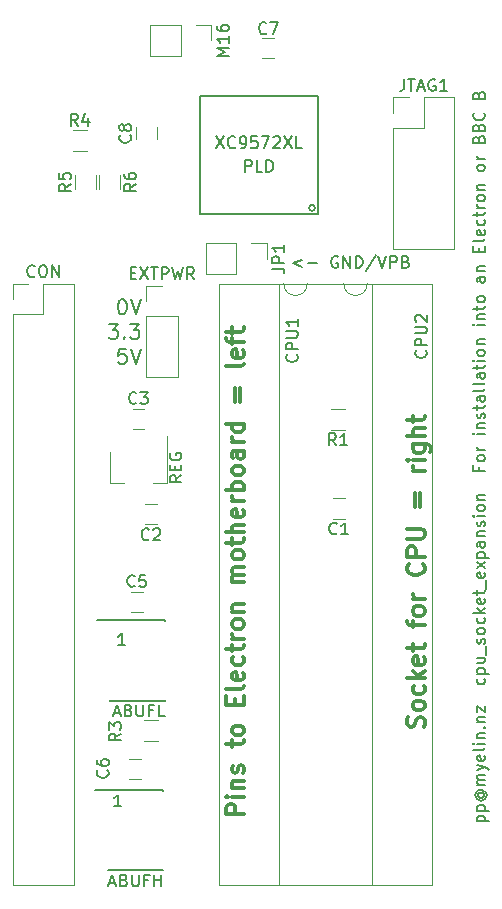
<source format=gto>
G04 #@! TF.FileFunction,Legend,Top*
%FSLAX46Y46*%
G04 Gerber Fmt 4.6, Leading zero omitted, Abs format (unit mm)*
G04 Created by KiCad (PCBNEW 4.0.6) date Saturday, October 28, 2017 'PMt' 04:50:48 PM*
%MOMM*%
%LPD*%
G01*
G04 APERTURE LIST*
%ADD10C,0.100000*%
%ADD11C,0.200000*%
%ADD12C,0.177800*%
%ADD13C,0.300000*%
%ADD14C,0.120000*%
%ADD15C,0.150000*%
G04 APERTURE END LIST*
D10*
D11*
X184215714Y-122687148D02*
X185215714Y-122687148D01*
X184263333Y-122687148D02*
X184215714Y-122591910D01*
X184215714Y-122401433D01*
X184263333Y-122306195D01*
X184310952Y-122258576D01*
X184406190Y-122210957D01*
X184691905Y-122210957D01*
X184787143Y-122258576D01*
X184834762Y-122306195D01*
X184882381Y-122401433D01*
X184882381Y-122591910D01*
X184834762Y-122687148D01*
X184215714Y-121782386D02*
X185215714Y-121782386D01*
X184263333Y-121782386D02*
X184215714Y-121687148D01*
X184215714Y-121496671D01*
X184263333Y-121401433D01*
X184310952Y-121353814D01*
X184406190Y-121306195D01*
X184691905Y-121306195D01*
X184787143Y-121353814D01*
X184834762Y-121401433D01*
X184882381Y-121496671D01*
X184882381Y-121687148D01*
X184834762Y-121782386D01*
X184406190Y-120258576D02*
X184358571Y-120306195D01*
X184310952Y-120401433D01*
X184310952Y-120496671D01*
X184358571Y-120591909D01*
X184406190Y-120639529D01*
X184501429Y-120687148D01*
X184596667Y-120687148D01*
X184691905Y-120639529D01*
X184739524Y-120591909D01*
X184787143Y-120496671D01*
X184787143Y-120401433D01*
X184739524Y-120306195D01*
X184691905Y-120258576D01*
X184310952Y-120258576D02*
X184691905Y-120258576D01*
X184739524Y-120210957D01*
X184739524Y-120163338D01*
X184691905Y-120068100D01*
X184596667Y-120020481D01*
X184358571Y-120020481D01*
X184215714Y-120115719D01*
X184120476Y-120258576D01*
X184072857Y-120449052D01*
X184120476Y-120639529D01*
X184215714Y-120782386D01*
X184358571Y-120877624D01*
X184549048Y-120925243D01*
X184739524Y-120877624D01*
X184882381Y-120782386D01*
X184977619Y-120639529D01*
X185025238Y-120449052D01*
X184977619Y-120258576D01*
X184882381Y-120115719D01*
X184882381Y-119591910D02*
X184215714Y-119591910D01*
X184310952Y-119591910D02*
X184263333Y-119544291D01*
X184215714Y-119449053D01*
X184215714Y-119306195D01*
X184263333Y-119210957D01*
X184358571Y-119163338D01*
X184882381Y-119163338D01*
X184358571Y-119163338D02*
X184263333Y-119115719D01*
X184215714Y-119020481D01*
X184215714Y-118877624D01*
X184263333Y-118782386D01*
X184358571Y-118734767D01*
X184882381Y-118734767D01*
X184215714Y-118353815D02*
X184882381Y-118115720D01*
X184215714Y-117877624D02*
X184882381Y-118115720D01*
X185120476Y-118210958D01*
X185168095Y-118258577D01*
X185215714Y-118353815D01*
X184834762Y-117115719D02*
X184882381Y-117210957D01*
X184882381Y-117401434D01*
X184834762Y-117496672D01*
X184739524Y-117544291D01*
X184358571Y-117544291D01*
X184263333Y-117496672D01*
X184215714Y-117401434D01*
X184215714Y-117210957D01*
X184263333Y-117115719D01*
X184358571Y-117068100D01*
X184453810Y-117068100D01*
X184549048Y-117544291D01*
X184882381Y-116496672D02*
X184834762Y-116591910D01*
X184739524Y-116639529D01*
X183882381Y-116639529D01*
X184882381Y-116115719D02*
X184215714Y-116115719D01*
X183882381Y-116115719D02*
X183930000Y-116163338D01*
X183977619Y-116115719D01*
X183930000Y-116068100D01*
X183882381Y-116115719D01*
X183977619Y-116115719D01*
X184215714Y-115639529D02*
X184882381Y-115639529D01*
X184310952Y-115639529D02*
X184263333Y-115591910D01*
X184215714Y-115496672D01*
X184215714Y-115353814D01*
X184263333Y-115258576D01*
X184358571Y-115210957D01*
X184882381Y-115210957D01*
X184787143Y-114734767D02*
X184834762Y-114687148D01*
X184882381Y-114734767D01*
X184834762Y-114782386D01*
X184787143Y-114734767D01*
X184882381Y-114734767D01*
X184215714Y-114258577D02*
X184882381Y-114258577D01*
X184310952Y-114258577D02*
X184263333Y-114210958D01*
X184215714Y-114115720D01*
X184215714Y-113972862D01*
X184263333Y-113877624D01*
X184358571Y-113830005D01*
X184882381Y-113830005D01*
X184215714Y-113449053D02*
X184215714Y-112925243D01*
X184882381Y-113449053D01*
X184882381Y-112925243D01*
X184834762Y-110591909D02*
X184882381Y-110687147D01*
X184882381Y-110877624D01*
X184834762Y-110972862D01*
X184787143Y-111020481D01*
X184691905Y-111068100D01*
X184406190Y-111068100D01*
X184310952Y-111020481D01*
X184263333Y-110972862D01*
X184215714Y-110877624D01*
X184215714Y-110687147D01*
X184263333Y-110591909D01*
X184215714Y-110163338D02*
X185215714Y-110163338D01*
X184263333Y-110163338D02*
X184215714Y-110068100D01*
X184215714Y-109877623D01*
X184263333Y-109782385D01*
X184310952Y-109734766D01*
X184406190Y-109687147D01*
X184691905Y-109687147D01*
X184787143Y-109734766D01*
X184834762Y-109782385D01*
X184882381Y-109877623D01*
X184882381Y-110068100D01*
X184834762Y-110163338D01*
X184215714Y-108830004D02*
X184882381Y-108830004D01*
X184215714Y-109258576D02*
X184739524Y-109258576D01*
X184834762Y-109210957D01*
X184882381Y-109115719D01*
X184882381Y-108972861D01*
X184834762Y-108877623D01*
X184787143Y-108830004D01*
X184977619Y-108591909D02*
X184977619Y-107830004D01*
X184834762Y-107639528D02*
X184882381Y-107544290D01*
X184882381Y-107353814D01*
X184834762Y-107258575D01*
X184739524Y-107210956D01*
X184691905Y-107210956D01*
X184596667Y-107258575D01*
X184549048Y-107353814D01*
X184549048Y-107496671D01*
X184501429Y-107591909D01*
X184406190Y-107639528D01*
X184358571Y-107639528D01*
X184263333Y-107591909D01*
X184215714Y-107496671D01*
X184215714Y-107353814D01*
X184263333Y-107258575D01*
X184882381Y-106639528D02*
X184834762Y-106734766D01*
X184787143Y-106782385D01*
X184691905Y-106830004D01*
X184406190Y-106830004D01*
X184310952Y-106782385D01*
X184263333Y-106734766D01*
X184215714Y-106639528D01*
X184215714Y-106496670D01*
X184263333Y-106401432D01*
X184310952Y-106353813D01*
X184406190Y-106306194D01*
X184691905Y-106306194D01*
X184787143Y-106353813D01*
X184834762Y-106401432D01*
X184882381Y-106496670D01*
X184882381Y-106639528D01*
X184834762Y-105449051D02*
X184882381Y-105544289D01*
X184882381Y-105734766D01*
X184834762Y-105830004D01*
X184787143Y-105877623D01*
X184691905Y-105925242D01*
X184406190Y-105925242D01*
X184310952Y-105877623D01*
X184263333Y-105830004D01*
X184215714Y-105734766D01*
X184215714Y-105544289D01*
X184263333Y-105449051D01*
X184882381Y-105020480D02*
X183882381Y-105020480D01*
X184501429Y-104925242D02*
X184882381Y-104639527D01*
X184215714Y-104639527D02*
X184596667Y-105020480D01*
X184834762Y-103830003D02*
X184882381Y-103925241D01*
X184882381Y-104115718D01*
X184834762Y-104210956D01*
X184739524Y-104258575D01*
X184358571Y-104258575D01*
X184263333Y-104210956D01*
X184215714Y-104115718D01*
X184215714Y-103925241D01*
X184263333Y-103830003D01*
X184358571Y-103782384D01*
X184453810Y-103782384D01*
X184549048Y-104258575D01*
X184215714Y-103496670D02*
X184215714Y-103115718D01*
X183882381Y-103353813D02*
X184739524Y-103353813D01*
X184834762Y-103306194D01*
X184882381Y-103210956D01*
X184882381Y-103115718D01*
X184977619Y-103020479D02*
X184977619Y-102258574D01*
X184834762Y-101639526D02*
X184882381Y-101734764D01*
X184882381Y-101925241D01*
X184834762Y-102020479D01*
X184739524Y-102068098D01*
X184358571Y-102068098D01*
X184263333Y-102020479D01*
X184215714Y-101925241D01*
X184215714Y-101734764D01*
X184263333Y-101639526D01*
X184358571Y-101591907D01*
X184453810Y-101591907D01*
X184549048Y-102068098D01*
X184882381Y-101258574D02*
X184215714Y-100734764D01*
X184215714Y-101258574D02*
X184882381Y-100734764D01*
X184215714Y-100353812D02*
X185215714Y-100353812D01*
X184263333Y-100353812D02*
X184215714Y-100258574D01*
X184215714Y-100068097D01*
X184263333Y-99972859D01*
X184310952Y-99925240D01*
X184406190Y-99877621D01*
X184691905Y-99877621D01*
X184787143Y-99925240D01*
X184834762Y-99972859D01*
X184882381Y-100068097D01*
X184882381Y-100258574D01*
X184834762Y-100353812D01*
X184882381Y-99020478D02*
X184358571Y-99020478D01*
X184263333Y-99068097D01*
X184215714Y-99163335D01*
X184215714Y-99353812D01*
X184263333Y-99449050D01*
X184834762Y-99020478D02*
X184882381Y-99115716D01*
X184882381Y-99353812D01*
X184834762Y-99449050D01*
X184739524Y-99496669D01*
X184644286Y-99496669D01*
X184549048Y-99449050D01*
X184501429Y-99353812D01*
X184501429Y-99115716D01*
X184453810Y-99020478D01*
X184215714Y-98544288D02*
X184882381Y-98544288D01*
X184310952Y-98544288D02*
X184263333Y-98496669D01*
X184215714Y-98401431D01*
X184215714Y-98258573D01*
X184263333Y-98163335D01*
X184358571Y-98115716D01*
X184882381Y-98115716D01*
X184834762Y-97687145D02*
X184882381Y-97591907D01*
X184882381Y-97401431D01*
X184834762Y-97306192D01*
X184739524Y-97258573D01*
X184691905Y-97258573D01*
X184596667Y-97306192D01*
X184549048Y-97401431D01*
X184549048Y-97544288D01*
X184501429Y-97639526D01*
X184406190Y-97687145D01*
X184358571Y-97687145D01*
X184263333Y-97639526D01*
X184215714Y-97544288D01*
X184215714Y-97401431D01*
X184263333Y-97306192D01*
X184882381Y-96830002D02*
X184215714Y-96830002D01*
X183882381Y-96830002D02*
X183930000Y-96877621D01*
X183977619Y-96830002D01*
X183930000Y-96782383D01*
X183882381Y-96830002D01*
X183977619Y-96830002D01*
X184882381Y-96210955D02*
X184834762Y-96306193D01*
X184787143Y-96353812D01*
X184691905Y-96401431D01*
X184406190Y-96401431D01*
X184310952Y-96353812D01*
X184263333Y-96306193D01*
X184215714Y-96210955D01*
X184215714Y-96068097D01*
X184263333Y-95972859D01*
X184310952Y-95925240D01*
X184406190Y-95877621D01*
X184691905Y-95877621D01*
X184787143Y-95925240D01*
X184834762Y-95972859D01*
X184882381Y-96068097D01*
X184882381Y-96210955D01*
X184215714Y-95449050D02*
X184882381Y-95449050D01*
X184310952Y-95449050D02*
X184263333Y-95401431D01*
X184215714Y-95306193D01*
X184215714Y-95163335D01*
X184263333Y-95068097D01*
X184358571Y-95020478D01*
X184882381Y-95020478D01*
X184358571Y-92687144D02*
X184358571Y-93020478D01*
X184882381Y-93020478D02*
X183882381Y-93020478D01*
X183882381Y-92544287D01*
X184882381Y-92020478D02*
X184834762Y-92115716D01*
X184787143Y-92163335D01*
X184691905Y-92210954D01*
X184406190Y-92210954D01*
X184310952Y-92163335D01*
X184263333Y-92115716D01*
X184215714Y-92020478D01*
X184215714Y-91877620D01*
X184263333Y-91782382D01*
X184310952Y-91734763D01*
X184406190Y-91687144D01*
X184691905Y-91687144D01*
X184787143Y-91734763D01*
X184834762Y-91782382D01*
X184882381Y-91877620D01*
X184882381Y-92020478D01*
X184882381Y-91258573D02*
X184215714Y-91258573D01*
X184406190Y-91258573D02*
X184310952Y-91210954D01*
X184263333Y-91163335D01*
X184215714Y-91068097D01*
X184215714Y-90972858D01*
X184882381Y-89877620D02*
X184215714Y-89877620D01*
X183882381Y-89877620D02*
X183930000Y-89925239D01*
X183977619Y-89877620D01*
X183930000Y-89830001D01*
X183882381Y-89877620D01*
X183977619Y-89877620D01*
X184215714Y-89401430D02*
X184882381Y-89401430D01*
X184310952Y-89401430D02*
X184263333Y-89353811D01*
X184215714Y-89258573D01*
X184215714Y-89115715D01*
X184263333Y-89020477D01*
X184358571Y-88972858D01*
X184882381Y-88972858D01*
X184834762Y-88544287D02*
X184882381Y-88449049D01*
X184882381Y-88258573D01*
X184834762Y-88163334D01*
X184739524Y-88115715D01*
X184691905Y-88115715D01*
X184596667Y-88163334D01*
X184549048Y-88258573D01*
X184549048Y-88401430D01*
X184501429Y-88496668D01*
X184406190Y-88544287D01*
X184358571Y-88544287D01*
X184263333Y-88496668D01*
X184215714Y-88401430D01*
X184215714Y-88258573D01*
X184263333Y-88163334D01*
X184215714Y-87830001D02*
X184215714Y-87449049D01*
X183882381Y-87687144D02*
X184739524Y-87687144D01*
X184834762Y-87639525D01*
X184882381Y-87544287D01*
X184882381Y-87449049D01*
X184882381Y-86687143D02*
X184358571Y-86687143D01*
X184263333Y-86734762D01*
X184215714Y-86830000D01*
X184215714Y-87020477D01*
X184263333Y-87115715D01*
X184834762Y-86687143D02*
X184882381Y-86782381D01*
X184882381Y-87020477D01*
X184834762Y-87115715D01*
X184739524Y-87163334D01*
X184644286Y-87163334D01*
X184549048Y-87115715D01*
X184501429Y-87020477D01*
X184501429Y-86782381D01*
X184453810Y-86687143D01*
X184882381Y-86068096D02*
X184834762Y-86163334D01*
X184739524Y-86210953D01*
X183882381Y-86210953D01*
X184882381Y-85544286D02*
X184834762Y-85639524D01*
X184739524Y-85687143D01*
X183882381Y-85687143D01*
X184882381Y-84734761D02*
X184358571Y-84734761D01*
X184263333Y-84782380D01*
X184215714Y-84877618D01*
X184215714Y-85068095D01*
X184263333Y-85163333D01*
X184834762Y-84734761D02*
X184882381Y-84829999D01*
X184882381Y-85068095D01*
X184834762Y-85163333D01*
X184739524Y-85210952D01*
X184644286Y-85210952D01*
X184549048Y-85163333D01*
X184501429Y-85068095D01*
X184501429Y-84829999D01*
X184453810Y-84734761D01*
X184215714Y-84401428D02*
X184215714Y-84020476D01*
X183882381Y-84258571D02*
X184739524Y-84258571D01*
X184834762Y-84210952D01*
X184882381Y-84115714D01*
X184882381Y-84020476D01*
X184882381Y-83687142D02*
X184215714Y-83687142D01*
X183882381Y-83687142D02*
X183930000Y-83734761D01*
X183977619Y-83687142D01*
X183930000Y-83639523D01*
X183882381Y-83687142D01*
X183977619Y-83687142D01*
X184882381Y-83068095D02*
X184834762Y-83163333D01*
X184787143Y-83210952D01*
X184691905Y-83258571D01*
X184406190Y-83258571D01*
X184310952Y-83210952D01*
X184263333Y-83163333D01*
X184215714Y-83068095D01*
X184215714Y-82925237D01*
X184263333Y-82829999D01*
X184310952Y-82782380D01*
X184406190Y-82734761D01*
X184691905Y-82734761D01*
X184787143Y-82782380D01*
X184834762Y-82829999D01*
X184882381Y-82925237D01*
X184882381Y-83068095D01*
X184215714Y-82306190D02*
X184882381Y-82306190D01*
X184310952Y-82306190D02*
X184263333Y-82258571D01*
X184215714Y-82163333D01*
X184215714Y-82020475D01*
X184263333Y-81925237D01*
X184358571Y-81877618D01*
X184882381Y-81877618D01*
X184882381Y-80639523D02*
X184215714Y-80639523D01*
X183882381Y-80639523D02*
X183930000Y-80687142D01*
X183977619Y-80639523D01*
X183930000Y-80591904D01*
X183882381Y-80639523D01*
X183977619Y-80639523D01*
X184215714Y-80163333D02*
X184882381Y-80163333D01*
X184310952Y-80163333D02*
X184263333Y-80115714D01*
X184215714Y-80020476D01*
X184215714Y-79877618D01*
X184263333Y-79782380D01*
X184358571Y-79734761D01*
X184882381Y-79734761D01*
X184215714Y-79401428D02*
X184215714Y-79020476D01*
X183882381Y-79258571D02*
X184739524Y-79258571D01*
X184834762Y-79210952D01*
X184882381Y-79115714D01*
X184882381Y-79020476D01*
X184882381Y-78544285D02*
X184834762Y-78639523D01*
X184787143Y-78687142D01*
X184691905Y-78734761D01*
X184406190Y-78734761D01*
X184310952Y-78687142D01*
X184263333Y-78639523D01*
X184215714Y-78544285D01*
X184215714Y-78401427D01*
X184263333Y-78306189D01*
X184310952Y-78258570D01*
X184406190Y-78210951D01*
X184691905Y-78210951D01*
X184787143Y-78258570D01*
X184834762Y-78306189D01*
X184882381Y-78401427D01*
X184882381Y-78544285D01*
X184882381Y-76591903D02*
X184358571Y-76591903D01*
X184263333Y-76639522D01*
X184215714Y-76734760D01*
X184215714Y-76925237D01*
X184263333Y-77020475D01*
X184834762Y-76591903D02*
X184882381Y-76687141D01*
X184882381Y-76925237D01*
X184834762Y-77020475D01*
X184739524Y-77068094D01*
X184644286Y-77068094D01*
X184549048Y-77020475D01*
X184501429Y-76925237D01*
X184501429Y-76687141D01*
X184453810Y-76591903D01*
X184215714Y-76115713D02*
X184882381Y-76115713D01*
X184310952Y-76115713D02*
X184263333Y-76068094D01*
X184215714Y-75972856D01*
X184215714Y-75829998D01*
X184263333Y-75734760D01*
X184358571Y-75687141D01*
X184882381Y-75687141D01*
X184358571Y-74449046D02*
X184358571Y-74115712D01*
X184882381Y-73972855D02*
X184882381Y-74449046D01*
X183882381Y-74449046D01*
X183882381Y-73972855D01*
X184882381Y-73401427D02*
X184834762Y-73496665D01*
X184739524Y-73544284D01*
X183882381Y-73544284D01*
X184834762Y-72639521D02*
X184882381Y-72734759D01*
X184882381Y-72925236D01*
X184834762Y-73020474D01*
X184739524Y-73068093D01*
X184358571Y-73068093D01*
X184263333Y-73020474D01*
X184215714Y-72925236D01*
X184215714Y-72734759D01*
X184263333Y-72639521D01*
X184358571Y-72591902D01*
X184453810Y-72591902D01*
X184549048Y-73068093D01*
X184834762Y-71734759D02*
X184882381Y-71829997D01*
X184882381Y-72020474D01*
X184834762Y-72115712D01*
X184787143Y-72163331D01*
X184691905Y-72210950D01*
X184406190Y-72210950D01*
X184310952Y-72163331D01*
X184263333Y-72115712D01*
X184215714Y-72020474D01*
X184215714Y-71829997D01*
X184263333Y-71734759D01*
X184215714Y-71449045D02*
X184215714Y-71068093D01*
X183882381Y-71306188D02*
X184739524Y-71306188D01*
X184834762Y-71258569D01*
X184882381Y-71163331D01*
X184882381Y-71068093D01*
X184882381Y-70734759D02*
X184215714Y-70734759D01*
X184406190Y-70734759D02*
X184310952Y-70687140D01*
X184263333Y-70639521D01*
X184215714Y-70544283D01*
X184215714Y-70449044D01*
X184882381Y-69972854D02*
X184834762Y-70068092D01*
X184787143Y-70115711D01*
X184691905Y-70163330D01*
X184406190Y-70163330D01*
X184310952Y-70115711D01*
X184263333Y-70068092D01*
X184215714Y-69972854D01*
X184215714Y-69829996D01*
X184263333Y-69734758D01*
X184310952Y-69687139D01*
X184406190Y-69639520D01*
X184691905Y-69639520D01*
X184787143Y-69687139D01*
X184834762Y-69734758D01*
X184882381Y-69829996D01*
X184882381Y-69972854D01*
X184215714Y-69210949D02*
X184882381Y-69210949D01*
X184310952Y-69210949D02*
X184263333Y-69163330D01*
X184215714Y-69068092D01*
X184215714Y-68925234D01*
X184263333Y-68829996D01*
X184358571Y-68782377D01*
X184882381Y-68782377D01*
X184882381Y-67401425D02*
X184834762Y-67496663D01*
X184787143Y-67544282D01*
X184691905Y-67591901D01*
X184406190Y-67591901D01*
X184310952Y-67544282D01*
X184263333Y-67496663D01*
X184215714Y-67401425D01*
X184215714Y-67258567D01*
X184263333Y-67163329D01*
X184310952Y-67115710D01*
X184406190Y-67068091D01*
X184691905Y-67068091D01*
X184787143Y-67115710D01*
X184834762Y-67163329D01*
X184882381Y-67258567D01*
X184882381Y-67401425D01*
X184882381Y-66639520D02*
X184215714Y-66639520D01*
X184406190Y-66639520D02*
X184310952Y-66591901D01*
X184263333Y-66544282D01*
X184215714Y-66449044D01*
X184215714Y-66353805D01*
X184358571Y-64925233D02*
X184406190Y-64782376D01*
X184453810Y-64734757D01*
X184549048Y-64687138D01*
X184691905Y-64687138D01*
X184787143Y-64734757D01*
X184834762Y-64782376D01*
X184882381Y-64877614D01*
X184882381Y-65258567D01*
X183882381Y-65258567D01*
X183882381Y-64925233D01*
X183930000Y-64829995D01*
X183977619Y-64782376D01*
X184072857Y-64734757D01*
X184168095Y-64734757D01*
X184263333Y-64782376D01*
X184310952Y-64829995D01*
X184358571Y-64925233D01*
X184358571Y-65258567D01*
X184358571Y-63925233D02*
X184406190Y-63782376D01*
X184453810Y-63734757D01*
X184549048Y-63687138D01*
X184691905Y-63687138D01*
X184787143Y-63734757D01*
X184834762Y-63782376D01*
X184882381Y-63877614D01*
X184882381Y-64258567D01*
X183882381Y-64258567D01*
X183882381Y-63925233D01*
X183930000Y-63829995D01*
X183977619Y-63782376D01*
X184072857Y-63734757D01*
X184168095Y-63734757D01*
X184263333Y-63782376D01*
X184310952Y-63829995D01*
X184358571Y-63925233D01*
X184358571Y-64258567D01*
X184787143Y-62687138D02*
X184834762Y-62734757D01*
X184882381Y-62877614D01*
X184882381Y-62972852D01*
X184834762Y-63115710D01*
X184739524Y-63210948D01*
X184644286Y-63258567D01*
X184453810Y-63306186D01*
X184310952Y-63306186D01*
X184120476Y-63258567D01*
X184025238Y-63210948D01*
X183930000Y-63115710D01*
X183882381Y-62972852D01*
X183882381Y-62877614D01*
X183930000Y-62734757D01*
X183977619Y-62687138D01*
X184358571Y-61163328D02*
X184406190Y-61020471D01*
X184453810Y-60972852D01*
X184549048Y-60925233D01*
X184691905Y-60925233D01*
X184787143Y-60972852D01*
X184834762Y-61020471D01*
X184882381Y-61115709D01*
X184882381Y-61496662D01*
X183882381Y-61496662D01*
X183882381Y-61163328D01*
X183930000Y-61068090D01*
X183977619Y-61020471D01*
X184072857Y-60972852D01*
X184168095Y-60972852D01*
X184263333Y-61020471D01*
X184310952Y-61068090D01*
X184358571Y-61163328D01*
X184358571Y-61496662D01*
X169430000Y-75145714D02*
X168668095Y-75431429D01*
X169430000Y-75717143D01*
X169906190Y-75431429D02*
X170668095Y-75431429D01*
X172430000Y-74860000D02*
X172334762Y-74812381D01*
X172191905Y-74812381D01*
X172049047Y-74860000D01*
X171953809Y-74955238D01*
X171906190Y-75050476D01*
X171858571Y-75240952D01*
X171858571Y-75383810D01*
X171906190Y-75574286D01*
X171953809Y-75669524D01*
X172049047Y-75764762D01*
X172191905Y-75812381D01*
X172287143Y-75812381D01*
X172430000Y-75764762D01*
X172477619Y-75717143D01*
X172477619Y-75383810D01*
X172287143Y-75383810D01*
X172906190Y-75812381D02*
X172906190Y-74812381D01*
X173477619Y-75812381D01*
X173477619Y-74812381D01*
X173953809Y-75812381D02*
X173953809Y-74812381D01*
X174191904Y-74812381D01*
X174334762Y-74860000D01*
X174430000Y-74955238D01*
X174477619Y-75050476D01*
X174525238Y-75240952D01*
X174525238Y-75383810D01*
X174477619Y-75574286D01*
X174430000Y-75669524D01*
X174334762Y-75764762D01*
X174191904Y-75812381D01*
X173953809Y-75812381D01*
X175668095Y-74764762D02*
X174810952Y-76050476D01*
X175858571Y-74812381D02*
X176191904Y-75812381D01*
X176525238Y-74812381D01*
X176858571Y-75812381D02*
X176858571Y-74812381D01*
X177239524Y-74812381D01*
X177334762Y-74860000D01*
X177382381Y-74907619D01*
X177430000Y-75002857D01*
X177430000Y-75145714D01*
X177382381Y-75240952D01*
X177334762Y-75288571D01*
X177239524Y-75336190D01*
X176858571Y-75336190D01*
X178191905Y-75288571D02*
X178334762Y-75336190D01*
X178382381Y-75383810D01*
X178430000Y-75479048D01*
X178430000Y-75621905D01*
X178382381Y-75717143D01*
X178334762Y-75764762D01*
X178239524Y-75812381D01*
X177858571Y-75812381D01*
X177858571Y-74812381D01*
X178191905Y-74812381D01*
X178287143Y-74860000D01*
X178334762Y-74907619D01*
X178382381Y-75002857D01*
X178382381Y-75098095D01*
X178334762Y-75193333D01*
X178287143Y-75240952D01*
X178191905Y-75288571D01*
X177858571Y-75288571D01*
X154405715Y-107772381D02*
X153834286Y-107772381D01*
X154120000Y-107772381D02*
X154120000Y-106772381D01*
X154024762Y-106915238D01*
X153929524Y-107010476D01*
X153834286Y-107058095D01*
X154075715Y-121412381D02*
X153504286Y-121412381D01*
X153790000Y-121412381D02*
X153790000Y-120412381D01*
X153694762Y-120555238D01*
X153599524Y-120650476D01*
X153504286Y-120698095D01*
D12*
X154116191Y-78481724D02*
X154237143Y-78481724D01*
X154358095Y-78542200D01*
X154418572Y-78602676D01*
X154479048Y-78723629D01*
X154539524Y-78965533D01*
X154539524Y-79267914D01*
X154479048Y-79509819D01*
X154418572Y-79630771D01*
X154358095Y-79691248D01*
X154237143Y-79751724D01*
X154116191Y-79751724D01*
X153995238Y-79691248D01*
X153934762Y-79630771D01*
X153874286Y-79509819D01*
X153813810Y-79267914D01*
X153813810Y-78965533D01*
X153874286Y-78723629D01*
X153934762Y-78602676D01*
X153995238Y-78542200D01*
X154116191Y-78481724D01*
X154902381Y-78481724D02*
X155325715Y-79751724D01*
X155749048Y-78481724D01*
X153027619Y-80564524D02*
X153813809Y-80564524D01*
X153390476Y-81048333D01*
X153571904Y-81048333D01*
X153692857Y-81108810D01*
X153753333Y-81169286D01*
X153813809Y-81290238D01*
X153813809Y-81592619D01*
X153753333Y-81713571D01*
X153692857Y-81774048D01*
X153571904Y-81834524D01*
X153209047Y-81834524D01*
X153088095Y-81774048D01*
X153027619Y-81713571D01*
X154358095Y-81713571D02*
X154418571Y-81774048D01*
X154358095Y-81834524D01*
X154297619Y-81774048D01*
X154358095Y-81713571D01*
X154358095Y-81834524D01*
X154841905Y-80564524D02*
X155628095Y-80564524D01*
X155204762Y-81048333D01*
X155386190Y-81048333D01*
X155507143Y-81108810D01*
X155567619Y-81169286D01*
X155628095Y-81290238D01*
X155628095Y-81592619D01*
X155567619Y-81713571D01*
X155507143Y-81774048D01*
X155386190Y-81834524D01*
X155023333Y-81834524D01*
X154902381Y-81774048D01*
X154841905Y-81713571D01*
X154479048Y-82647324D02*
X153874286Y-82647324D01*
X153813810Y-83252086D01*
X153874286Y-83191610D01*
X153995238Y-83131133D01*
X154297619Y-83131133D01*
X154418572Y-83191610D01*
X154479048Y-83252086D01*
X154539524Y-83373038D01*
X154539524Y-83675419D01*
X154479048Y-83796371D01*
X154418572Y-83856848D01*
X154297619Y-83917324D01*
X153995238Y-83917324D01*
X153874286Y-83856848D01*
X153813810Y-83796371D01*
X154902381Y-82647324D02*
X155325715Y-83917324D01*
X155749048Y-82647324D01*
D13*
X164478571Y-122079999D02*
X162978571Y-122079999D01*
X162978571Y-121508571D01*
X163050000Y-121365713D01*
X163121429Y-121294285D01*
X163264286Y-121222856D01*
X163478571Y-121222856D01*
X163621429Y-121294285D01*
X163692857Y-121365713D01*
X163764286Y-121508571D01*
X163764286Y-122079999D01*
X164478571Y-120579999D02*
X163478571Y-120579999D01*
X162978571Y-120579999D02*
X163050000Y-120651428D01*
X163121429Y-120579999D01*
X163050000Y-120508571D01*
X162978571Y-120579999D01*
X163121429Y-120579999D01*
X163478571Y-119865713D02*
X164478571Y-119865713D01*
X163621429Y-119865713D02*
X163550000Y-119794285D01*
X163478571Y-119651427D01*
X163478571Y-119437142D01*
X163550000Y-119294285D01*
X163692857Y-119222856D01*
X164478571Y-119222856D01*
X164407143Y-118579999D02*
X164478571Y-118437142D01*
X164478571Y-118151427D01*
X164407143Y-118008570D01*
X164264286Y-117937142D01*
X164192857Y-117937142D01*
X164050000Y-118008570D01*
X163978571Y-118151427D01*
X163978571Y-118365713D01*
X163907143Y-118508570D01*
X163764286Y-118579999D01*
X163692857Y-118579999D01*
X163550000Y-118508570D01*
X163478571Y-118365713D01*
X163478571Y-118151427D01*
X163550000Y-118008570D01*
X163478571Y-116365713D02*
X163478571Y-115794284D01*
X162978571Y-116151427D02*
X164264286Y-116151427D01*
X164407143Y-116079999D01*
X164478571Y-115937141D01*
X164478571Y-115794284D01*
X164478571Y-115079998D02*
X164407143Y-115222856D01*
X164335714Y-115294284D01*
X164192857Y-115365713D01*
X163764286Y-115365713D01*
X163621429Y-115294284D01*
X163550000Y-115222856D01*
X163478571Y-115079998D01*
X163478571Y-114865713D01*
X163550000Y-114722856D01*
X163621429Y-114651427D01*
X163764286Y-114579998D01*
X164192857Y-114579998D01*
X164335714Y-114651427D01*
X164407143Y-114722856D01*
X164478571Y-114865713D01*
X164478571Y-115079998D01*
X163692857Y-112794284D02*
X163692857Y-112294284D01*
X164478571Y-112079998D02*
X164478571Y-112794284D01*
X162978571Y-112794284D01*
X162978571Y-112079998D01*
X164478571Y-111222855D02*
X164407143Y-111365713D01*
X164264286Y-111437141D01*
X162978571Y-111437141D01*
X164407143Y-110079999D02*
X164478571Y-110222856D01*
X164478571Y-110508570D01*
X164407143Y-110651427D01*
X164264286Y-110722856D01*
X163692857Y-110722856D01*
X163550000Y-110651427D01*
X163478571Y-110508570D01*
X163478571Y-110222856D01*
X163550000Y-110079999D01*
X163692857Y-110008570D01*
X163835714Y-110008570D01*
X163978571Y-110722856D01*
X164407143Y-108722856D02*
X164478571Y-108865713D01*
X164478571Y-109151427D01*
X164407143Y-109294285D01*
X164335714Y-109365713D01*
X164192857Y-109437142D01*
X163764286Y-109437142D01*
X163621429Y-109365713D01*
X163550000Y-109294285D01*
X163478571Y-109151427D01*
X163478571Y-108865713D01*
X163550000Y-108722856D01*
X163478571Y-108294285D02*
X163478571Y-107722856D01*
X162978571Y-108079999D02*
X164264286Y-108079999D01*
X164407143Y-108008571D01*
X164478571Y-107865713D01*
X164478571Y-107722856D01*
X164478571Y-107222856D02*
X163478571Y-107222856D01*
X163764286Y-107222856D02*
X163621429Y-107151428D01*
X163550000Y-107079999D01*
X163478571Y-106937142D01*
X163478571Y-106794285D01*
X164478571Y-106079999D02*
X164407143Y-106222857D01*
X164335714Y-106294285D01*
X164192857Y-106365714D01*
X163764286Y-106365714D01*
X163621429Y-106294285D01*
X163550000Y-106222857D01*
X163478571Y-106079999D01*
X163478571Y-105865714D01*
X163550000Y-105722857D01*
X163621429Y-105651428D01*
X163764286Y-105579999D01*
X164192857Y-105579999D01*
X164335714Y-105651428D01*
X164407143Y-105722857D01*
X164478571Y-105865714D01*
X164478571Y-106079999D01*
X163478571Y-104937142D02*
X164478571Y-104937142D01*
X163621429Y-104937142D02*
X163550000Y-104865714D01*
X163478571Y-104722856D01*
X163478571Y-104508571D01*
X163550000Y-104365714D01*
X163692857Y-104294285D01*
X164478571Y-104294285D01*
X164478571Y-102437142D02*
X163478571Y-102437142D01*
X163621429Y-102437142D02*
X163550000Y-102365714D01*
X163478571Y-102222856D01*
X163478571Y-102008571D01*
X163550000Y-101865714D01*
X163692857Y-101794285D01*
X164478571Y-101794285D01*
X163692857Y-101794285D02*
X163550000Y-101722856D01*
X163478571Y-101579999D01*
X163478571Y-101365714D01*
X163550000Y-101222856D01*
X163692857Y-101151428D01*
X164478571Y-101151428D01*
X164478571Y-100222856D02*
X164407143Y-100365714D01*
X164335714Y-100437142D01*
X164192857Y-100508571D01*
X163764286Y-100508571D01*
X163621429Y-100437142D01*
X163550000Y-100365714D01*
X163478571Y-100222856D01*
X163478571Y-100008571D01*
X163550000Y-99865714D01*
X163621429Y-99794285D01*
X163764286Y-99722856D01*
X164192857Y-99722856D01*
X164335714Y-99794285D01*
X164407143Y-99865714D01*
X164478571Y-100008571D01*
X164478571Y-100222856D01*
X163478571Y-99294285D02*
X163478571Y-98722856D01*
X162978571Y-99079999D02*
X164264286Y-99079999D01*
X164407143Y-99008571D01*
X164478571Y-98865713D01*
X164478571Y-98722856D01*
X164478571Y-98222856D02*
X162978571Y-98222856D01*
X164478571Y-97579999D02*
X163692857Y-97579999D01*
X163550000Y-97651428D01*
X163478571Y-97794285D01*
X163478571Y-98008570D01*
X163550000Y-98151428D01*
X163621429Y-98222856D01*
X164407143Y-96294285D02*
X164478571Y-96437142D01*
X164478571Y-96722856D01*
X164407143Y-96865713D01*
X164264286Y-96937142D01*
X163692857Y-96937142D01*
X163550000Y-96865713D01*
X163478571Y-96722856D01*
X163478571Y-96437142D01*
X163550000Y-96294285D01*
X163692857Y-96222856D01*
X163835714Y-96222856D01*
X163978571Y-96937142D01*
X164478571Y-95579999D02*
X163478571Y-95579999D01*
X163764286Y-95579999D02*
X163621429Y-95508571D01*
X163550000Y-95437142D01*
X163478571Y-95294285D01*
X163478571Y-95151428D01*
X164478571Y-94651428D02*
X162978571Y-94651428D01*
X163550000Y-94651428D02*
X163478571Y-94508571D01*
X163478571Y-94222857D01*
X163550000Y-94080000D01*
X163621429Y-94008571D01*
X163764286Y-93937142D01*
X164192857Y-93937142D01*
X164335714Y-94008571D01*
X164407143Y-94080000D01*
X164478571Y-94222857D01*
X164478571Y-94508571D01*
X164407143Y-94651428D01*
X164478571Y-93079999D02*
X164407143Y-93222857D01*
X164335714Y-93294285D01*
X164192857Y-93365714D01*
X163764286Y-93365714D01*
X163621429Y-93294285D01*
X163550000Y-93222857D01*
X163478571Y-93079999D01*
X163478571Y-92865714D01*
X163550000Y-92722857D01*
X163621429Y-92651428D01*
X163764286Y-92579999D01*
X164192857Y-92579999D01*
X164335714Y-92651428D01*
X164407143Y-92722857D01*
X164478571Y-92865714D01*
X164478571Y-93079999D01*
X164478571Y-91294285D02*
X163692857Y-91294285D01*
X163550000Y-91365714D01*
X163478571Y-91508571D01*
X163478571Y-91794285D01*
X163550000Y-91937142D01*
X164407143Y-91294285D02*
X164478571Y-91437142D01*
X164478571Y-91794285D01*
X164407143Y-91937142D01*
X164264286Y-92008571D01*
X164121429Y-92008571D01*
X163978571Y-91937142D01*
X163907143Y-91794285D01*
X163907143Y-91437142D01*
X163835714Y-91294285D01*
X164478571Y-90579999D02*
X163478571Y-90579999D01*
X163764286Y-90579999D02*
X163621429Y-90508571D01*
X163550000Y-90437142D01*
X163478571Y-90294285D01*
X163478571Y-90151428D01*
X164478571Y-89008571D02*
X162978571Y-89008571D01*
X164407143Y-89008571D02*
X164478571Y-89151428D01*
X164478571Y-89437142D01*
X164407143Y-89580000D01*
X164335714Y-89651428D01*
X164192857Y-89722857D01*
X163764286Y-89722857D01*
X163621429Y-89651428D01*
X163550000Y-89580000D01*
X163478571Y-89437142D01*
X163478571Y-89151428D01*
X163550000Y-89008571D01*
X163692857Y-87151428D02*
X163692857Y-86008571D01*
X164121429Y-86008571D02*
X164121429Y-87151428D01*
X164478571Y-83937142D02*
X164407143Y-84080000D01*
X164264286Y-84151428D01*
X162978571Y-84151428D01*
X164407143Y-82794286D02*
X164478571Y-82937143D01*
X164478571Y-83222857D01*
X164407143Y-83365714D01*
X164264286Y-83437143D01*
X163692857Y-83437143D01*
X163550000Y-83365714D01*
X163478571Y-83222857D01*
X163478571Y-82937143D01*
X163550000Y-82794286D01*
X163692857Y-82722857D01*
X163835714Y-82722857D01*
X163978571Y-83437143D01*
X163478571Y-82294286D02*
X163478571Y-81722857D01*
X164478571Y-82080000D02*
X163192857Y-82080000D01*
X163050000Y-82008572D01*
X162978571Y-81865714D01*
X162978571Y-81722857D01*
X163478571Y-81437143D02*
X163478571Y-80865714D01*
X162978571Y-81222857D02*
X164264286Y-81222857D01*
X164407143Y-81151429D01*
X164478571Y-81008571D01*
X164478571Y-80865714D01*
X179707143Y-114687143D02*
X179778571Y-114472857D01*
X179778571Y-114115714D01*
X179707143Y-113972857D01*
X179635714Y-113901428D01*
X179492857Y-113830000D01*
X179350000Y-113830000D01*
X179207143Y-113901428D01*
X179135714Y-113972857D01*
X179064286Y-114115714D01*
X178992857Y-114401428D01*
X178921429Y-114544286D01*
X178850000Y-114615714D01*
X178707143Y-114687143D01*
X178564286Y-114687143D01*
X178421429Y-114615714D01*
X178350000Y-114544286D01*
X178278571Y-114401428D01*
X178278571Y-114044286D01*
X178350000Y-113830000D01*
X179778571Y-112972857D02*
X179707143Y-113115715D01*
X179635714Y-113187143D01*
X179492857Y-113258572D01*
X179064286Y-113258572D01*
X178921429Y-113187143D01*
X178850000Y-113115715D01*
X178778571Y-112972857D01*
X178778571Y-112758572D01*
X178850000Y-112615715D01*
X178921429Y-112544286D01*
X179064286Y-112472857D01*
X179492857Y-112472857D01*
X179635714Y-112544286D01*
X179707143Y-112615715D01*
X179778571Y-112758572D01*
X179778571Y-112972857D01*
X179707143Y-111187143D02*
X179778571Y-111330000D01*
X179778571Y-111615714D01*
X179707143Y-111758572D01*
X179635714Y-111830000D01*
X179492857Y-111901429D01*
X179064286Y-111901429D01*
X178921429Y-111830000D01*
X178850000Y-111758572D01*
X178778571Y-111615714D01*
X178778571Y-111330000D01*
X178850000Y-111187143D01*
X179778571Y-110544286D02*
X178278571Y-110544286D01*
X179207143Y-110401429D02*
X179778571Y-109972858D01*
X178778571Y-109972858D02*
X179350000Y-110544286D01*
X179707143Y-108758572D02*
X179778571Y-108901429D01*
X179778571Y-109187143D01*
X179707143Y-109330000D01*
X179564286Y-109401429D01*
X178992857Y-109401429D01*
X178850000Y-109330000D01*
X178778571Y-109187143D01*
X178778571Y-108901429D01*
X178850000Y-108758572D01*
X178992857Y-108687143D01*
X179135714Y-108687143D01*
X179278571Y-109401429D01*
X178778571Y-108258572D02*
X178778571Y-107687143D01*
X178278571Y-108044286D02*
X179564286Y-108044286D01*
X179707143Y-107972858D01*
X179778571Y-107830000D01*
X179778571Y-107687143D01*
X178778571Y-106258572D02*
X178778571Y-105687143D01*
X179778571Y-106044286D02*
X178492857Y-106044286D01*
X178350000Y-105972858D01*
X178278571Y-105830000D01*
X178278571Y-105687143D01*
X179778571Y-104972857D02*
X179707143Y-105115715D01*
X179635714Y-105187143D01*
X179492857Y-105258572D01*
X179064286Y-105258572D01*
X178921429Y-105187143D01*
X178850000Y-105115715D01*
X178778571Y-104972857D01*
X178778571Y-104758572D01*
X178850000Y-104615715D01*
X178921429Y-104544286D01*
X179064286Y-104472857D01*
X179492857Y-104472857D01*
X179635714Y-104544286D01*
X179707143Y-104615715D01*
X179778571Y-104758572D01*
X179778571Y-104972857D01*
X179778571Y-103830000D02*
X178778571Y-103830000D01*
X179064286Y-103830000D02*
X178921429Y-103758572D01*
X178850000Y-103687143D01*
X178778571Y-103544286D01*
X178778571Y-103401429D01*
X179635714Y-100901429D02*
X179707143Y-100972858D01*
X179778571Y-101187144D01*
X179778571Y-101330001D01*
X179707143Y-101544286D01*
X179564286Y-101687144D01*
X179421429Y-101758572D01*
X179135714Y-101830001D01*
X178921429Y-101830001D01*
X178635714Y-101758572D01*
X178492857Y-101687144D01*
X178350000Y-101544286D01*
X178278571Y-101330001D01*
X178278571Y-101187144D01*
X178350000Y-100972858D01*
X178421429Y-100901429D01*
X179778571Y-100258572D02*
X178278571Y-100258572D01*
X178278571Y-99687144D01*
X178350000Y-99544286D01*
X178421429Y-99472858D01*
X178564286Y-99401429D01*
X178778571Y-99401429D01*
X178921429Y-99472858D01*
X178992857Y-99544286D01*
X179064286Y-99687144D01*
X179064286Y-100258572D01*
X178278571Y-98758572D02*
X179492857Y-98758572D01*
X179635714Y-98687144D01*
X179707143Y-98615715D01*
X179778571Y-98472858D01*
X179778571Y-98187144D01*
X179707143Y-98044286D01*
X179635714Y-97972858D01*
X179492857Y-97901429D01*
X178278571Y-97901429D01*
X178992857Y-96044286D02*
X178992857Y-94901429D01*
X179421429Y-94901429D02*
X179421429Y-96044286D01*
X179778571Y-93044286D02*
X178778571Y-93044286D01*
X179064286Y-93044286D02*
X178921429Y-92972858D01*
X178850000Y-92901429D01*
X178778571Y-92758572D01*
X178778571Y-92615715D01*
X179778571Y-92115715D02*
X178778571Y-92115715D01*
X178278571Y-92115715D02*
X178350000Y-92187144D01*
X178421429Y-92115715D01*
X178350000Y-92044287D01*
X178278571Y-92115715D01*
X178421429Y-92115715D01*
X178778571Y-90758572D02*
X179992857Y-90758572D01*
X180135714Y-90830001D01*
X180207143Y-90901429D01*
X180278571Y-91044286D01*
X180278571Y-91258572D01*
X180207143Y-91401429D01*
X179707143Y-90758572D02*
X179778571Y-90901429D01*
X179778571Y-91187143D01*
X179707143Y-91330001D01*
X179635714Y-91401429D01*
X179492857Y-91472858D01*
X179064286Y-91472858D01*
X178921429Y-91401429D01*
X178850000Y-91330001D01*
X178778571Y-91187143D01*
X178778571Y-90901429D01*
X178850000Y-90758572D01*
X179778571Y-90044286D02*
X178278571Y-90044286D01*
X179778571Y-89401429D02*
X178992857Y-89401429D01*
X178850000Y-89472858D01*
X178778571Y-89615715D01*
X178778571Y-89830000D01*
X178850000Y-89972858D01*
X178921429Y-90044286D01*
X178778571Y-88901429D02*
X178778571Y-88330000D01*
X178278571Y-88687143D02*
X179564286Y-88687143D01*
X179707143Y-88615715D01*
X179778571Y-88472857D01*
X179778571Y-88330000D01*
D14*
X174930000Y-77150000D02*
G75*
G02X172930000Y-77150000I-1000000J0D01*
G01*
X172930000Y-77150000D02*
X167470000Y-77150000D01*
X167470000Y-77150000D02*
X167470000Y-128070000D01*
X167470000Y-128070000D02*
X180390000Y-128070000D01*
X180390000Y-128070000D02*
X180390000Y-77150000D01*
X180390000Y-77150000D02*
X174930000Y-77150000D01*
D15*
X157615000Y-120015000D02*
X157615000Y-120115000D01*
X157615000Y-126840000D02*
X157615000Y-126815000D01*
X152965000Y-126840000D02*
X152965000Y-126815000D01*
X151890000Y-120015000D02*
X157615000Y-120015000D01*
X152965000Y-126840000D02*
X157615000Y-126840000D01*
X157775000Y-105630000D02*
X157775000Y-105730000D01*
X157775000Y-112455000D02*
X157775000Y-112430000D01*
X153125000Y-112455000D02*
X153125000Y-112430000D01*
X152050000Y-105630000D02*
X157775000Y-105630000D01*
X153125000Y-112455000D02*
X157775000Y-112455000D01*
D14*
X169850000Y-77150000D02*
G75*
G02X167850000Y-77150000I-1000000J0D01*
G01*
X167850000Y-77150000D02*
X162390000Y-77150000D01*
X162390000Y-77150000D02*
X162390000Y-128070000D01*
X162390000Y-128070000D02*
X175310000Y-128070000D01*
X175310000Y-128070000D02*
X175310000Y-77150000D01*
X175310000Y-77150000D02*
X169850000Y-77150000D01*
X172010000Y-97040000D02*
X173010000Y-97040000D01*
X173010000Y-95340000D02*
X172010000Y-95340000D01*
X156100000Y-97530000D02*
X157100000Y-97530000D01*
X157100000Y-95830000D02*
X156100000Y-95830000D01*
X156050000Y-87780000D02*
X155050000Y-87780000D01*
X155050000Y-89480000D02*
X156050000Y-89480000D01*
X155900000Y-103280000D02*
X154900000Y-103280000D01*
X154900000Y-104980000D02*
X155900000Y-104980000D01*
X155780000Y-117410000D02*
X154780000Y-117410000D01*
X154780000Y-119110000D02*
X155780000Y-119110000D01*
X165990000Y-58040000D02*
X166990000Y-58040000D01*
X166990000Y-56340000D02*
X165990000Y-56340000D01*
X155380000Y-63920000D02*
X155380000Y-64920000D01*
X157080000Y-64920000D02*
X157080000Y-63920000D01*
X156220000Y-85060000D02*
X158880000Y-85060000D01*
X156220000Y-79920000D02*
X156220000Y-85060000D01*
X158880000Y-79920000D02*
X158880000Y-85060000D01*
X156220000Y-79920000D02*
X158880000Y-79920000D01*
X156220000Y-78650000D02*
X156220000Y-77320000D01*
X156220000Y-77320000D02*
X157550000Y-77320000D01*
X177090000Y-74200000D02*
X182290000Y-74200000D01*
X177090000Y-63980000D02*
X177090000Y-74200000D01*
X182290000Y-61380000D02*
X182290000Y-74200000D01*
X177090000Y-63980000D02*
X179690000Y-63980000D01*
X179690000Y-63980000D02*
X179690000Y-61380000D01*
X179690000Y-61380000D02*
X182290000Y-61380000D01*
X177090000Y-62710000D02*
X177090000Y-61380000D01*
X177090000Y-61380000D02*
X178420000Y-61380000D01*
D15*
X170740000Y-71230000D02*
X170740000Y-61230000D01*
X170740000Y-61230000D02*
X160740000Y-61230000D01*
X160740000Y-61230000D02*
X160740000Y-71230000D01*
X160740000Y-71230000D02*
X170740000Y-71230000D01*
X170490000Y-70730000D02*
G75*
G03X170490000Y-70730000I-250000J0D01*
G01*
D14*
X154340000Y-94066200D02*
X153140000Y-94066200D01*
X153140000Y-94066200D02*
X153140000Y-91366200D01*
X157940000Y-90066200D02*
X157940000Y-94066200D01*
X157940000Y-94066200D02*
X156740000Y-94066200D01*
X144900000Y-128070000D02*
X150100000Y-128070000D01*
X144900000Y-79750000D02*
X144900000Y-128070000D01*
X150100000Y-77150000D02*
X150100000Y-128070000D01*
X144900000Y-79750000D02*
X147500000Y-79750000D01*
X147500000Y-79750000D02*
X147500000Y-77150000D01*
X147500000Y-77150000D02*
X150100000Y-77150000D01*
X144900000Y-78480000D02*
X144900000Y-77150000D01*
X144900000Y-77150000D02*
X146230000Y-77150000D01*
X161240000Y-73710000D02*
X161240000Y-76370000D01*
X163840000Y-73710000D02*
X161240000Y-73710000D01*
X163840000Y-76370000D02*
X161240000Y-76370000D01*
X163840000Y-73710000D02*
X163840000Y-76370000D01*
X165110000Y-73710000D02*
X166440000Y-73710000D01*
X166440000Y-73710000D02*
X166440000Y-75040000D01*
X171840000Y-87800000D02*
X173040000Y-87800000D01*
X173040000Y-89560000D02*
X171840000Y-89560000D01*
X156530000Y-55230000D02*
X156530000Y-57890000D01*
X159130000Y-55230000D02*
X156530000Y-55230000D01*
X159130000Y-57890000D02*
X156530000Y-57890000D01*
X159130000Y-55230000D02*
X159130000Y-57890000D01*
X160400000Y-55230000D02*
X161730000Y-55230000D01*
X161730000Y-55230000D02*
X161730000Y-56560000D01*
X155990000Y-114080000D02*
X157190000Y-114080000D01*
X157190000Y-115840000D02*
X155990000Y-115840000D01*
X151180000Y-65900000D02*
X149980000Y-65900000D01*
X149980000Y-64140000D02*
X151180000Y-64140000D01*
X151950000Y-67950000D02*
X151950000Y-69150000D01*
X150190000Y-69150000D02*
X150190000Y-67950000D01*
X154000000Y-67950000D02*
X154000000Y-69150000D01*
X152240000Y-69150000D02*
X152240000Y-67950000D01*
D15*
X179887143Y-82800476D02*
X179934762Y-82848095D01*
X179982381Y-82990952D01*
X179982381Y-83086190D01*
X179934762Y-83229048D01*
X179839524Y-83324286D01*
X179744286Y-83371905D01*
X179553810Y-83419524D01*
X179410952Y-83419524D01*
X179220476Y-83371905D01*
X179125238Y-83324286D01*
X179030000Y-83229048D01*
X178982381Y-83086190D01*
X178982381Y-82990952D01*
X179030000Y-82848095D01*
X179077619Y-82800476D01*
X179982381Y-82371905D02*
X178982381Y-82371905D01*
X178982381Y-81990952D01*
X179030000Y-81895714D01*
X179077619Y-81848095D01*
X179172857Y-81800476D01*
X179315714Y-81800476D01*
X179410952Y-81848095D01*
X179458571Y-81895714D01*
X179506190Y-81990952D01*
X179506190Y-82371905D01*
X178982381Y-81371905D02*
X179791905Y-81371905D01*
X179887143Y-81324286D01*
X179934762Y-81276667D01*
X179982381Y-81181429D01*
X179982381Y-80990952D01*
X179934762Y-80895714D01*
X179887143Y-80848095D01*
X179791905Y-80800476D01*
X178982381Y-80800476D01*
X179077619Y-80371905D02*
X179030000Y-80324286D01*
X178982381Y-80229048D01*
X178982381Y-79990952D01*
X179030000Y-79895714D01*
X179077619Y-79848095D01*
X179172857Y-79800476D01*
X179268095Y-79800476D01*
X179410952Y-79848095D01*
X179982381Y-80419524D01*
X179982381Y-79800476D01*
X153095714Y-127906667D02*
X153571905Y-127906667D01*
X153000476Y-128192381D02*
X153333809Y-127192381D01*
X153667143Y-128192381D01*
X154333810Y-127668571D02*
X154476667Y-127716190D01*
X154524286Y-127763810D01*
X154571905Y-127859048D01*
X154571905Y-128001905D01*
X154524286Y-128097143D01*
X154476667Y-128144762D01*
X154381429Y-128192381D01*
X154000476Y-128192381D01*
X154000476Y-127192381D01*
X154333810Y-127192381D01*
X154429048Y-127240000D01*
X154476667Y-127287619D01*
X154524286Y-127382857D01*
X154524286Y-127478095D01*
X154476667Y-127573333D01*
X154429048Y-127620952D01*
X154333810Y-127668571D01*
X154000476Y-127668571D01*
X155000476Y-127192381D02*
X155000476Y-128001905D01*
X155048095Y-128097143D01*
X155095714Y-128144762D01*
X155190952Y-128192381D01*
X155381429Y-128192381D01*
X155476667Y-128144762D01*
X155524286Y-128097143D01*
X155571905Y-128001905D01*
X155571905Y-127192381D01*
X156381429Y-127668571D02*
X156048095Y-127668571D01*
X156048095Y-128192381D02*
X156048095Y-127192381D01*
X156524286Y-127192381D01*
X156905238Y-128192381D02*
X156905238Y-127192381D01*
X156905238Y-127668571D02*
X157476667Y-127668571D01*
X157476667Y-128192381D02*
X157476667Y-127192381D01*
X153474762Y-113506667D02*
X153950953Y-113506667D01*
X153379524Y-113792381D02*
X153712857Y-112792381D01*
X154046191Y-113792381D01*
X154712858Y-113268571D02*
X154855715Y-113316190D01*
X154903334Y-113363810D01*
X154950953Y-113459048D01*
X154950953Y-113601905D01*
X154903334Y-113697143D01*
X154855715Y-113744762D01*
X154760477Y-113792381D01*
X154379524Y-113792381D01*
X154379524Y-112792381D01*
X154712858Y-112792381D01*
X154808096Y-112840000D01*
X154855715Y-112887619D01*
X154903334Y-112982857D01*
X154903334Y-113078095D01*
X154855715Y-113173333D01*
X154808096Y-113220952D01*
X154712858Y-113268571D01*
X154379524Y-113268571D01*
X155379524Y-112792381D02*
X155379524Y-113601905D01*
X155427143Y-113697143D01*
X155474762Y-113744762D01*
X155570000Y-113792381D01*
X155760477Y-113792381D01*
X155855715Y-113744762D01*
X155903334Y-113697143D01*
X155950953Y-113601905D01*
X155950953Y-112792381D01*
X156760477Y-113268571D02*
X156427143Y-113268571D01*
X156427143Y-113792381D02*
X156427143Y-112792381D01*
X156903334Y-112792381D01*
X157760477Y-113792381D02*
X157284286Y-113792381D01*
X157284286Y-112792381D01*
X168947143Y-83150476D02*
X168994762Y-83198095D01*
X169042381Y-83340952D01*
X169042381Y-83436190D01*
X168994762Y-83579048D01*
X168899524Y-83674286D01*
X168804286Y-83721905D01*
X168613810Y-83769524D01*
X168470952Y-83769524D01*
X168280476Y-83721905D01*
X168185238Y-83674286D01*
X168090000Y-83579048D01*
X168042381Y-83436190D01*
X168042381Y-83340952D01*
X168090000Y-83198095D01*
X168137619Y-83150476D01*
X169042381Y-82721905D02*
X168042381Y-82721905D01*
X168042381Y-82340952D01*
X168090000Y-82245714D01*
X168137619Y-82198095D01*
X168232857Y-82150476D01*
X168375714Y-82150476D01*
X168470952Y-82198095D01*
X168518571Y-82245714D01*
X168566190Y-82340952D01*
X168566190Y-82721905D01*
X168042381Y-81721905D02*
X168851905Y-81721905D01*
X168947143Y-81674286D01*
X168994762Y-81626667D01*
X169042381Y-81531429D01*
X169042381Y-81340952D01*
X168994762Y-81245714D01*
X168947143Y-81198095D01*
X168851905Y-81150476D01*
X168042381Y-81150476D01*
X169042381Y-80150476D02*
X169042381Y-80721905D01*
X169042381Y-80436191D02*
X168042381Y-80436191D01*
X168185238Y-80531429D01*
X168280476Y-80626667D01*
X168328095Y-80721905D01*
X172343334Y-98297143D02*
X172295715Y-98344762D01*
X172152858Y-98392381D01*
X172057620Y-98392381D01*
X171914762Y-98344762D01*
X171819524Y-98249524D01*
X171771905Y-98154286D01*
X171724286Y-97963810D01*
X171724286Y-97820952D01*
X171771905Y-97630476D01*
X171819524Y-97535238D01*
X171914762Y-97440000D01*
X172057620Y-97392381D01*
X172152858Y-97392381D01*
X172295715Y-97440000D01*
X172343334Y-97487619D01*
X173295715Y-98392381D02*
X172724286Y-98392381D01*
X173010000Y-98392381D02*
X173010000Y-97392381D01*
X172914762Y-97535238D01*
X172819524Y-97630476D01*
X172724286Y-97678095D01*
X156433334Y-98787143D02*
X156385715Y-98834762D01*
X156242858Y-98882381D01*
X156147620Y-98882381D01*
X156004762Y-98834762D01*
X155909524Y-98739524D01*
X155861905Y-98644286D01*
X155814286Y-98453810D01*
X155814286Y-98310952D01*
X155861905Y-98120476D01*
X155909524Y-98025238D01*
X156004762Y-97930000D01*
X156147620Y-97882381D01*
X156242858Y-97882381D01*
X156385715Y-97930000D01*
X156433334Y-97977619D01*
X156814286Y-97977619D02*
X156861905Y-97930000D01*
X156957143Y-97882381D01*
X157195239Y-97882381D01*
X157290477Y-97930000D01*
X157338096Y-97977619D01*
X157385715Y-98072857D01*
X157385715Y-98168095D01*
X157338096Y-98310952D01*
X156766667Y-98882381D01*
X157385715Y-98882381D01*
X155383334Y-87237143D02*
X155335715Y-87284762D01*
X155192858Y-87332381D01*
X155097620Y-87332381D01*
X154954762Y-87284762D01*
X154859524Y-87189524D01*
X154811905Y-87094286D01*
X154764286Y-86903810D01*
X154764286Y-86760952D01*
X154811905Y-86570476D01*
X154859524Y-86475238D01*
X154954762Y-86380000D01*
X155097620Y-86332381D01*
X155192858Y-86332381D01*
X155335715Y-86380000D01*
X155383334Y-86427619D01*
X155716667Y-86332381D02*
X156335715Y-86332381D01*
X156002381Y-86713333D01*
X156145239Y-86713333D01*
X156240477Y-86760952D01*
X156288096Y-86808571D01*
X156335715Y-86903810D01*
X156335715Y-87141905D01*
X156288096Y-87237143D01*
X156240477Y-87284762D01*
X156145239Y-87332381D01*
X155859524Y-87332381D01*
X155764286Y-87284762D01*
X155716667Y-87237143D01*
X155233334Y-102737143D02*
X155185715Y-102784762D01*
X155042858Y-102832381D01*
X154947620Y-102832381D01*
X154804762Y-102784762D01*
X154709524Y-102689524D01*
X154661905Y-102594286D01*
X154614286Y-102403810D01*
X154614286Y-102260952D01*
X154661905Y-102070476D01*
X154709524Y-101975238D01*
X154804762Y-101880000D01*
X154947620Y-101832381D01*
X155042858Y-101832381D01*
X155185715Y-101880000D01*
X155233334Y-101927619D01*
X156138096Y-101832381D02*
X155661905Y-101832381D01*
X155614286Y-102308571D01*
X155661905Y-102260952D01*
X155757143Y-102213333D01*
X155995239Y-102213333D01*
X156090477Y-102260952D01*
X156138096Y-102308571D01*
X156185715Y-102403810D01*
X156185715Y-102641905D01*
X156138096Y-102737143D01*
X156090477Y-102784762D01*
X155995239Y-102832381D01*
X155757143Y-102832381D01*
X155661905Y-102784762D01*
X155614286Y-102737143D01*
X152927143Y-118356666D02*
X152974762Y-118404285D01*
X153022381Y-118547142D01*
X153022381Y-118642380D01*
X152974762Y-118785238D01*
X152879524Y-118880476D01*
X152784286Y-118928095D01*
X152593810Y-118975714D01*
X152450952Y-118975714D01*
X152260476Y-118928095D01*
X152165238Y-118880476D01*
X152070000Y-118785238D01*
X152022381Y-118642380D01*
X152022381Y-118547142D01*
X152070000Y-118404285D01*
X152117619Y-118356666D01*
X152022381Y-117499523D02*
X152022381Y-117690000D01*
X152070000Y-117785238D01*
X152117619Y-117832857D01*
X152260476Y-117928095D01*
X152450952Y-117975714D01*
X152831905Y-117975714D01*
X152927143Y-117928095D01*
X152974762Y-117880476D01*
X153022381Y-117785238D01*
X153022381Y-117594761D01*
X152974762Y-117499523D01*
X152927143Y-117451904D01*
X152831905Y-117404285D01*
X152593810Y-117404285D01*
X152498571Y-117451904D01*
X152450952Y-117499523D01*
X152403333Y-117594761D01*
X152403333Y-117785238D01*
X152450952Y-117880476D01*
X152498571Y-117928095D01*
X152593810Y-117975714D01*
X166373334Y-55937143D02*
X166325715Y-55984762D01*
X166182858Y-56032381D01*
X166087620Y-56032381D01*
X165944762Y-55984762D01*
X165849524Y-55889524D01*
X165801905Y-55794286D01*
X165754286Y-55603810D01*
X165754286Y-55460952D01*
X165801905Y-55270476D01*
X165849524Y-55175238D01*
X165944762Y-55080000D01*
X166087620Y-55032381D01*
X166182858Y-55032381D01*
X166325715Y-55080000D01*
X166373334Y-55127619D01*
X166706667Y-55032381D02*
X167373334Y-55032381D01*
X166944762Y-56032381D01*
X154837143Y-64586666D02*
X154884762Y-64634285D01*
X154932381Y-64777142D01*
X154932381Y-64872380D01*
X154884762Y-65015238D01*
X154789524Y-65110476D01*
X154694286Y-65158095D01*
X154503810Y-65205714D01*
X154360952Y-65205714D01*
X154170476Y-65158095D01*
X154075238Y-65110476D01*
X153980000Y-65015238D01*
X153932381Y-64872380D01*
X153932381Y-64777142D01*
X153980000Y-64634285D01*
X154027619Y-64586666D01*
X154360952Y-64015238D02*
X154313333Y-64110476D01*
X154265714Y-64158095D01*
X154170476Y-64205714D01*
X154122857Y-64205714D01*
X154027619Y-64158095D01*
X153980000Y-64110476D01*
X153932381Y-64015238D01*
X153932381Y-63824761D01*
X153980000Y-63729523D01*
X154027619Y-63681904D01*
X154122857Y-63634285D01*
X154170476Y-63634285D01*
X154265714Y-63681904D01*
X154313333Y-63729523D01*
X154360952Y-63824761D01*
X154360952Y-64015238D01*
X154408571Y-64110476D01*
X154456190Y-64158095D01*
X154551429Y-64205714D01*
X154741905Y-64205714D01*
X154837143Y-64158095D01*
X154884762Y-64110476D01*
X154932381Y-64015238D01*
X154932381Y-63824761D01*
X154884762Y-63729523D01*
X154837143Y-63681904D01*
X154741905Y-63634285D01*
X154551429Y-63634285D01*
X154456190Y-63681904D01*
X154408571Y-63729523D01*
X154360952Y-63824761D01*
X154907143Y-76248571D02*
X155240477Y-76248571D01*
X155383334Y-76772381D02*
X154907143Y-76772381D01*
X154907143Y-75772381D01*
X155383334Y-75772381D01*
X155716667Y-75772381D02*
X156383334Y-76772381D01*
X156383334Y-75772381D02*
X155716667Y-76772381D01*
X156621429Y-75772381D02*
X157192858Y-75772381D01*
X156907143Y-76772381D02*
X156907143Y-75772381D01*
X157526191Y-76772381D02*
X157526191Y-75772381D01*
X157907144Y-75772381D01*
X158002382Y-75820000D01*
X158050001Y-75867619D01*
X158097620Y-75962857D01*
X158097620Y-76105714D01*
X158050001Y-76200952D01*
X158002382Y-76248571D01*
X157907144Y-76296190D01*
X157526191Y-76296190D01*
X158430953Y-75772381D02*
X158669048Y-76772381D01*
X158859525Y-76058095D01*
X159050001Y-76772381D01*
X159288096Y-75772381D01*
X160240477Y-76772381D02*
X159907143Y-76296190D01*
X159669048Y-76772381D02*
X159669048Y-75772381D01*
X160050001Y-75772381D01*
X160145239Y-75820000D01*
X160192858Y-75867619D01*
X160240477Y-75962857D01*
X160240477Y-76105714D01*
X160192858Y-76200952D01*
X160145239Y-76248571D01*
X160050001Y-76296190D01*
X159669048Y-76296190D01*
X178047143Y-59832381D02*
X178047143Y-60546667D01*
X177999523Y-60689524D01*
X177904285Y-60784762D01*
X177761428Y-60832381D01*
X177666190Y-60832381D01*
X178380476Y-59832381D02*
X178951905Y-59832381D01*
X178666190Y-60832381D02*
X178666190Y-59832381D01*
X179237619Y-60546667D02*
X179713810Y-60546667D01*
X179142381Y-60832381D02*
X179475714Y-59832381D01*
X179809048Y-60832381D01*
X180666191Y-59880000D02*
X180570953Y-59832381D01*
X180428096Y-59832381D01*
X180285238Y-59880000D01*
X180190000Y-59975238D01*
X180142381Y-60070476D01*
X180094762Y-60260952D01*
X180094762Y-60403810D01*
X180142381Y-60594286D01*
X180190000Y-60689524D01*
X180285238Y-60784762D01*
X180428096Y-60832381D01*
X180523334Y-60832381D01*
X180666191Y-60784762D01*
X180713810Y-60737143D01*
X180713810Y-60403810D01*
X180523334Y-60403810D01*
X181666191Y-60832381D02*
X181094762Y-60832381D01*
X181380476Y-60832381D02*
X181380476Y-59832381D01*
X181285238Y-59975238D01*
X181190000Y-60070476D01*
X181094762Y-60118095D01*
X164573333Y-67682381D02*
X164573333Y-66682381D01*
X164954286Y-66682381D01*
X165049524Y-66730000D01*
X165097143Y-66777619D01*
X165144762Y-66872857D01*
X165144762Y-67015714D01*
X165097143Y-67110952D01*
X165049524Y-67158571D01*
X164954286Y-67206190D01*
X164573333Y-67206190D01*
X166049524Y-67682381D02*
X165573333Y-67682381D01*
X165573333Y-66682381D01*
X166382857Y-67682381D02*
X166382857Y-66682381D01*
X166620952Y-66682381D01*
X166763810Y-66730000D01*
X166859048Y-66825238D01*
X166906667Y-66920476D01*
X166954286Y-67110952D01*
X166954286Y-67253810D01*
X166906667Y-67444286D01*
X166859048Y-67539524D01*
X166763810Y-67634762D01*
X166620952Y-67682381D01*
X166382857Y-67682381D01*
X162120952Y-64682381D02*
X162787619Y-65682381D01*
X162787619Y-64682381D02*
X162120952Y-65682381D01*
X163740000Y-65587143D02*
X163692381Y-65634762D01*
X163549524Y-65682381D01*
X163454286Y-65682381D01*
X163311428Y-65634762D01*
X163216190Y-65539524D01*
X163168571Y-65444286D01*
X163120952Y-65253810D01*
X163120952Y-65110952D01*
X163168571Y-64920476D01*
X163216190Y-64825238D01*
X163311428Y-64730000D01*
X163454286Y-64682381D01*
X163549524Y-64682381D01*
X163692381Y-64730000D01*
X163740000Y-64777619D01*
X164216190Y-65682381D02*
X164406666Y-65682381D01*
X164501905Y-65634762D01*
X164549524Y-65587143D01*
X164644762Y-65444286D01*
X164692381Y-65253810D01*
X164692381Y-64872857D01*
X164644762Y-64777619D01*
X164597143Y-64730000D01*
X164501905Y-64682381D01*
X164311428Y-64682381D01*
X164216190Y-64730000D01*
X164168571Y-64777619D01*
X164120952Y-64872857D01*
X164120952Y-65110952D01*
X164168571Y-65206190D01*
X164216190Y-65253810D01*
X164311428Y-65301429D01*
X164501905Y-65301429D01*
X164597143Y-65253810D01*
X164644762Y-65206190D01*
X164692381Y-65110952D01*
X165597143Y-64682381D02*
X165120952Y-64682381D01*
X165073333Y-65158571D01*
X165120952Y-65110952D01*
X165216190Y-65063333D01*
X165454286Y-65063333D01*
X165549524Y-65110952D01*
X165597143Y-65158571D01*
X165644762Y-65253810D01*
X165644762Y-65491905D01*
X165597143Y-65587143D01*
X165549524Y-65634762D01*
X165454286Y-65682381D01*
X165216190Y-65682381D01*
X165120952Y-65634762D01*
X165073333Y-65587143D01*
X165978095Y-64682381D02*
X166644762Y-64682381D01*
X166216190Y-65682381D01*
X166978095Y-64777619D02*
X167025714Y-64730000D01*
X167120952Y-64682381D01*
X167359048Y-64682381D01*
X167454286Y-64730000D01*
X167501905Y-64777619D01*
X167549524Y-64872857D01*
X167549524Y-64968095D01*
X167501905Y-65110952D01*
X166930476Y-65682381D01*
X167549524Y-65682381D01*
X167882857Y-64682381D02*
X168549524Y-65682381D01*
X168549524Y-64682381D02*
X167882857Y-65682381D01*
X169406667Y-65682381D02*
X168930476Y-65682381D01*
X168930476Y-64682381D01*
X159192381Y-93379057D02*
X158716190Y-93712391D01*
X159192381Y-93950486D02*
X158192381Y-93950486D01*
X158192381Y-93569533D01*
X158240000Y-93474295D01*
X158287619Y-93426676D01*
X158382857Y-93379057D01*
X158525714Y-93379057D01*
X158620952Y-93426676D01*
X158668571Y-93474295D01*
X158716190Y-93569533D01*
X158716190Y-93950486D01*
X158668571Y-92950486D02*
X158668571Y-92617152D01*
X159192381Y-92474295D02*
X159192381Y-92950486D01*
X158192381Y-92950486D01*
X158192381Y-92474295D01*
X158240000Y-91521914D02*
X158192381Y-91617152D01*
X158192381Y-91760009D01*
X158240000Y-91902867D01*
X158335238Y-91998105D01*
X158430476Y-92045724D01*
X158620952Y-92093343D01*
X158763810Y-92093343D01*
X158954286Y-92045724D01*
X159049524Y-91998105D01*
X159144762Y-91902867D01*
X159192381Y-91760009D01*
X159192381Y-91664771D01*
X159144762Y-91521914D01*
X159097143Y-91474295D01*
X158763810Y-91474295D01*
X158763810Y-91664771D01*
X146761905Y-76507143D02*
X146714286Y-76554762D01*
X146571429Y-76602381D01*
X146476191Y-76602381D01*
X146333333Y-76554762D01*
X146238095Y-76459524D01*
X146190476Y-76364286D01*
X146142857Y-76173810D01*
X146142857Y-76030952D01*
X146190476Y-75840476D01*
X146238095Y-75745238D01*
X146333333Y-75650000D01*
X146476191Y-75602381D01*
X146571429Y-75602381D01*
X146714286Y-75650000D01*
X146761905Y-75697619D01*
X147380952Y-75602381D02*
X147571429Y-75602381D01*
X147666667Y-75650000D01*
X147761905Y-75745238D01*
X147809524Y-75935714D01*
X147809524Y-76269048D01*
X147761905Y-76459524D01*
X147666667Y-76554762D01*
X147571429Y-76602381D01*
X147380952Y-76602381D01*
X147285714Y-76554762D01*
X147190476Y-76459524D01*
X147142857Y-76269048D01*
X147142857Y-75935714D01*
X147190476Y-75745238D01*
X147285714Y-75650000D01*
X147380952Y-75602381D01*
X148238095Y-76602381D02*
X148238095Y-75602381D01*
X148809524Y-76602381D01*
X148809524Y-75602381D01*
X166892381Y-75873333D02*
X167606667Y-75873333D01*
X167749524Y-75920953D01*
X167844762Y-76016191D01*
X167892381Y-76159048D01*
X167892381Y-76254286D01*
X167892381Y-75397143D02*
X166892381Y-75397143D01*
X166892381Y-75016190D01*
X166940000Y-74920952D01*
X166987619Y-74873333D01*
X167082857Y-74825714D01*
X167225714Y-74825714D01*
X167320952Y-74873333D01*
X167368571Y-74920952D01*
X167416190Y-75016190D01*
X167416190Y-75397143D01*
X167892381Y-73873333D02*
X167892381Y-74444762D01*
X167892381Y-74159048D02*
X166892381Y-74159048D01*
X167035238Y-74254286D01*
X167130476Y-74349524D01*
X167178095Y-74444762D01*
X172273334Y-90832381D02*
X171940000Y-90356190D01*
X171701905Y-90832381D02*
X171701905Y-89832381D01*
X172082858Y-89832381D01*
X172178096Y-89880000D01*
X172225715Y-89927619D01*
X172273334Y-90022857D01*
X172273334Y-90165714D01*
X172225715Y-90260952D01*
X172178096Y-90308571D01*
X172082858Y-90356190D01*
X171701905Y-90356190D01*
X173225715Y-90832381D02*
X172654286Y-90832381D01*
X172940000Y-90832381D02*
X172940000Y-89832381D01*
X172844762Y-89975238D01*
X172749524Y-90070476D01*
X172654286Y-90118095D01*
X163182381Y-57845714D02*
X162182381Y-57845714D01*
X162896667Y-57512380D01*
X162182381Y-57179047D01*
X163182381Y-57179047D01*
X163182381Y-56179047D02*
X163182381Y-56750476D01*
X163182381Y-56464762D02*
X162182381Y-56464762D01*
X162325238Y-56560000D01*
X162420476Y-56655238D01*
X162468095Y-56750476D01*
X162182381Y-55321904D02*
X162182381Y-55512381D01*
X162230000Y-55607619D01*
X162277619Y-55655238D01*
X162420476Y-55750476D01*
X162610952Y-55798095D01*
X162991905Y-55798095D01*
X163087143Y-55750476D01*
X163134762Y-55702857D01*
X163182381Y-55607619D01*
X163182381Y-55417142D01*
X163134762Y-55321904D01*
X163087143Y-55274285D01*
X162991905Y-55226666D01*
X162753810Y-55226666D01*
X162658571Y-55274285D01*
X162610952Y-55321904D01*
X162563333Y-55417142D01*
X162563333Y-55607619D01*
X162610952Y-55702857D01*
X162658571Y-55750476D01*
X162753810Y-55798095D01*
X154072381Y-115246666D02*
X153596190Y-115580000D01*
X154072381Y-115818095D02*
X153072381Y-115818095D01*
X153072381Y-115437142D01*
X153120000Y-115341904D01*
X153167619Y-115294285D01*
X153262857Y-115246666D01*
X153405714Y-115246666D01*
X153500952Y-115294285D01*
X153548571Y-115341904D01*
X153596190Y-115437142D01*
X153596190Y-115818095D01*
X153072381Y-114913333D02*
X153072381Y-114294285D01*
X153453333Y-114627619D01*
X153453333Y-114484761D01*
X153500952Y-114389523D01*
X153548571Y-114341904D01*
X153643810Y-114294285D01*
X153881905Y-114294285D01*
X153977143Y-114341904D01*
X154024762Y-114389523D01*
X154072381Y-114484761D01*
X154072381Y-114770476D01*
X154024762Y-114865714D01*
X153977143Y-114913333D01*
X150413334Y-63772381D02*
X150080000Y-63296190D01*
X149841905Y-63772381D02*
X149841905Y-62772381D01*
X150222858Y-62772381D01*
X150318096Y-62820000D01*
X150365715Y-62867619D01*
X150413334Y-62962857D01*
X150413334Y-63105714D01*
X150365715Y-63200952D01*
X150318096Y-63248571D01*
X150222858Y-63296190D01*
X149841905Y-63296190D01*
X151270477Y-63105714D02*
X151270477Y-63772381D01*
X151032381Y-62724762D02*
X150794286Y-63439048D01*
X151413334Y-63439048D01*
X149822381Y-68716666D02*
X149346190Y-69050000D01*
X149822381Y-69288095D02*
X148822381Y-69288095D01*
X148822381Y-68907142D01*
X148870000Y-68811904D01*
X148917619Y-68764285D01*
X149012857Y-68716666D01*
X149155714Y-68716666D01*
X149250952Y-68764285D01*
X149298571Y-68811904D01*
X149346190Y-68907142D01*
X149346190Y-69288095D01*
X148822381Y-67811904D02*
X148822381Y-68288095D01*
X149298571Y-68335714D01*
X149250952Y-68288095D01*
X149203333Y-68192857D01*
X149203333Y-67954761D01*
X149250952Y-67859523D01*
X149298571Y-67811904D01*
X149393810Y-67764285D01*
X149631905Y-67764285D01*
X149727143Y-67811904D01*
X149774762Y-67859523D01*
X149822381Y-67954761D01*
X149822381Y-68192857D01*
X149774762Y-68288095D01*
X149727143Y-68335714D01*
X155332381Y-68696666D02*
X154856190Y-69030000D01*
X155332381Y-69268095D02*
X154332381Y-69268095D01*
X154332381Y-68887142D01*
X154380000Y-68791904D01*
X154427619Y-68744285D01*
X154522857Y-68696666D01*
X154665714Y-68696666D01*
X154760952Y-68744285D01*
X154808571Y-68791904D01*
X154856190Y-68887142D01*
X154856190Y-69268095D01*
X154332381Y-67839523D02*
X154332381Y-68030000D01*
X154380000Y-68125238D01*
X154427619Y-68172857D01*
X154570476Y-68268095D01*
X154760952Y-68315714D01*
X155141905Y-68315714D01*
X155237143Y-68268095D01*
X155284762Y-68220476D01*
X155332381Y-68125238D01*
X155332381Y-67934761D01*
X155284762Y-67839523D01*
X155237143Y-67791904D01*
X155141905Y-67744285D01*
X154903810Y-67744285D01*
X154808571Y-67791904D01*
X154760952Y-67839523D01*
X154713333Y-67934761D01*
X154713333Y-68125238D01*
X154760952Y-68220476D01*
X154808571Y-68268095D01*
X154903810Y-68315714D01*
M02*

</source>
